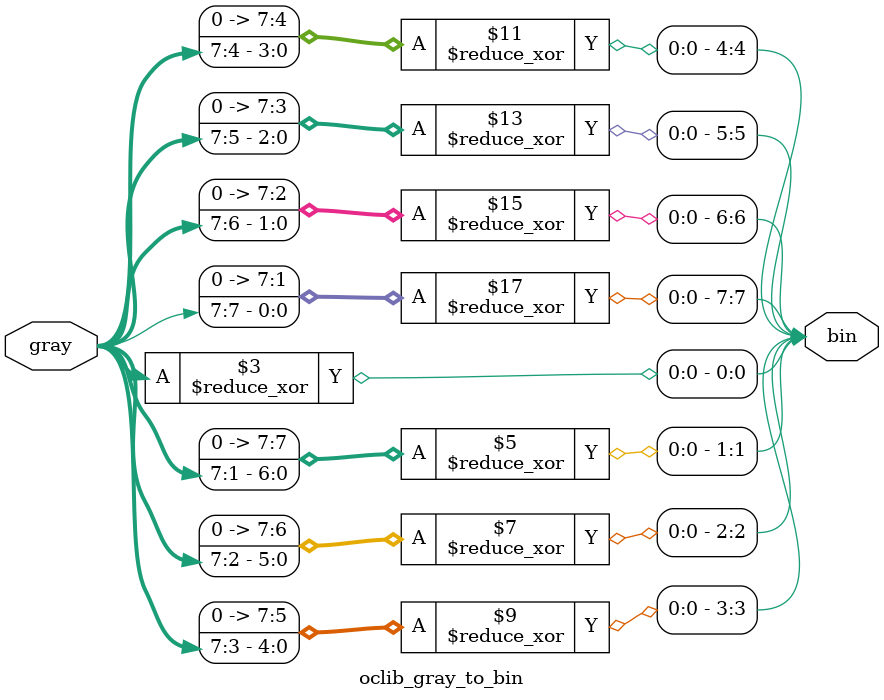
<source format=sv>

module oclib_gray_to_bin #(
                           parameter int Width = 8
                           )
  (
   input [Width-1:0]        gray,
   output logic [Width-1:0] bin
   );

  for (genvar i=0; i<Width; i=i+1) begin
    assign bin[i] = ^(gray >> i);
  end

endmodule // oclib_gray_to_bin

</source>
